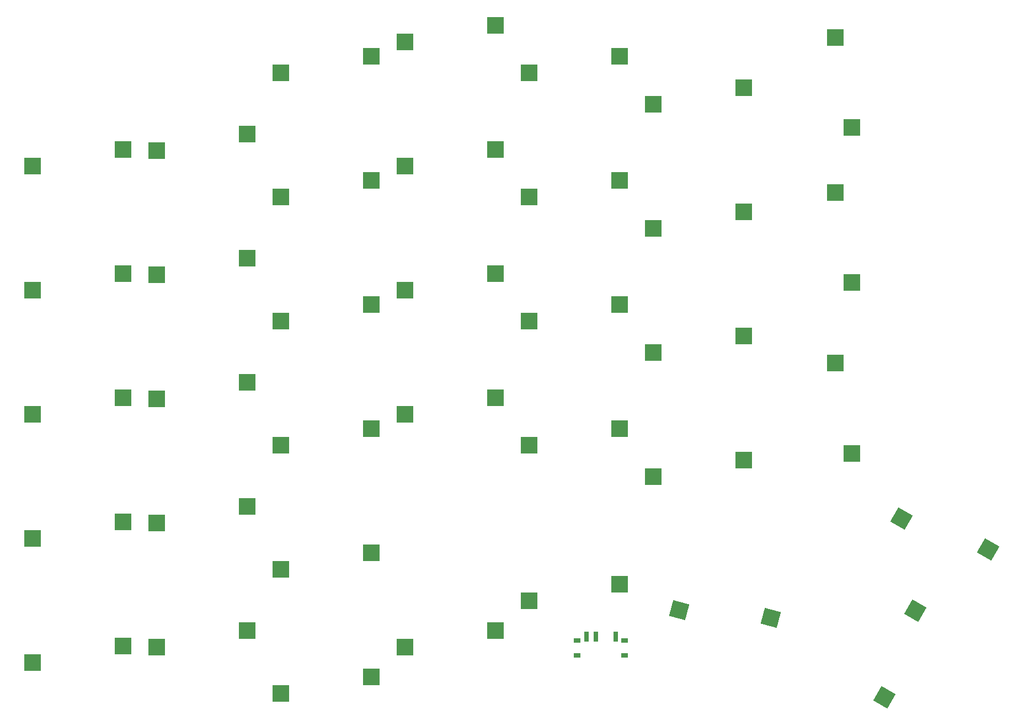
<source format=gbr>
%TF.GenerationSoftware,KiCad,Pcbnew,6.0.4*%
%TF.CreationDate,2022-04-20T09:09:29+02:00*%
%TF.ProjectId,mykeeb,6d796b65-6562-42e6-9b69-6361645f7063,rev?*%
%TF.SameCoordinates,Original*%
%TF.FileFunction,Paste,Bot*%
%TF.FilePolarity,Positive*%
%FSLAX46Y46*%
G04 Gerber Fmt 4.6, Leading zero omitted, Abs format (unit mm)*
G04 Created by KiCad (PCBNEW 6.0.4) date 2022-04-20 09:09:29*
%MOMM*%
%LPD*%
G01*
G04 APERTURE LIST*
G04 Aperture macros list*
%AMRotRect*
0 Rectangle, with rotation*
0 The origin of the aperture is its center*
0 $1 length*
0 $2 width*
0 $3 Rotation angle, in degrees counterclockwise*
0 Add horizontal line*
21,1,$1,$2,0,0,$3*%
G04 Aperture macros list end*
%ADD10R,2.550000X2.500000*%
%ADD11RotRect,2.550000X2.500000X345.000000*%
%ADD12RotRect,2.550000X2.500000X330.000000*%
%ADD13R,2.500000X2.550000*%
%ADD14RotRect,2.550000X2.500000X60.000000*%
%ADD15R,0.700000X1.500000*%
%ADD16R,1.000000X0.800000*%
G04 APERTURE END LIST*
D10*
%TO.C,K11*%
X74235000Y-76358750D03*
X60385000Y-78898750D03*
%TD*%
%TO.C,K10*%
X55185000Y-78740000D03*
X41335000Y-81280000D03*
%TD*%
%TO.C,K31*%
X74235000Y-114458750D03*
X60385000Y-116998750D03*
%TD*%
%TO.C,K24*%
X131385000Y-83502500D03*
X117535000Y-86042500D03*
%TD*%
D11*
%TO.C,K45*%
X154605567Y-131527054D03*
X140570094Y-130395861D03*
%TD*%
D10*
%TO.C,K41*%
X74235000Y-133508750D03*
X60385000Y-136048750D03*
%TD*%
%TO.C,K20*%
X55185000Y-97790000D03*
X41335000Y-100330000D03*
%TD*%
%TO.C,K21*%
X74235000Y-95408750D03*
X60385000Y-97948750D03*
%TD*%
%TO.C,K13*%
X112335000Y-59690000D03*
X98485000Y-62230000D03*
%TD*%
D12*
%TO.C,K36*%
X187960000Y-121080659D03*
X174695548Y-116355363D03*
%TD*%
D10*
%TO.C,K40*%
X55185000Y-135890000D03*
X41335000Y-138430000D03*
%TD*%
%TO.C,K25*%
X150435000Y-88265000D03*
X136585000Y-90805000D03*
%TD*%
%TO.C,K7*%
X93285000Y-140652500D03*
X79435000Y-143192500D03*
%TD*%
%TO.C,K15*%
X150435000Y-69215000D03*
X136585000Y-71755000D03*
%TD*%
%TO.C,K5*%
X150435000Y-50165000D03*
X136585000Y-52705000D03*
%TD*%
%TO.C,K1*%
X74235000Y-57308750D03*
X60385000Y-59848750D03*
%TD*%
%TO.C,K0*%
X55185000Y-59690000D03*
X41335000Y-62230000D03*
%TD*%
%TO.C,K42*%
X93285000Y-121602500D03*
X79435000Y-124142500D03*
%TD*%
%TO.C,K35*%
X150435000Y-107315000D03*
X136585000Y-109855000D03*
%TD*%
%TO.C,K14*%
X131385000Y-64452500D03*
X117535000Y-66992500D03*
%TD*%
%TO.C,K22*%
X93285000Y-83502500D03*
X79435000Y-86042500D03*
%TD*%
%TO.C,K12*%
X93285000Y-64452500D03*
X79435000Y-66992500D03*
%TD*%
%TO.C,K43*%
X112335000Y-133508750D03*
X98485000Y-136048750D03*
%TD*%
%TO.C,K33*%
X112335000Y-97790000D03*
X98485000Y-100330000D03*
%TD*%
D13*
%TO.C,K26*%
X164465000Y-92452500D03*
X167005000Y-106302500D03*
%TD*%
D10*
%TO.C,K3*%
X112335000Y-40640000D03*
X98485000Y-43180000D03*
%TD*%
%TO.C,K34*%
X131385000Y-102552500D03*
X117535000Y-105092500D03*
%TD*%
D13*
%TO.C,K16*%
X164465000Y-66258750D03*
X167005000Y-80108750D03*
%TD*%
D10*
%TO.C,K2*%
X93285000Y-45402500D03*
X79435000Y-47942500D03*
%TD*%
%TO.C,K44*%
X131385000Y-126365000D03*
X117535000Y-128905000D03*
%TD*%
%TO.C,K4*%
X131385000Y-45402500D03*
X117535000Y-47942500D03*
%TD*%
%TO.C,K23*%
X112335000Y-78740000D03*
X98485000Y-81280000D03*
%TD*%
%TO.C,K30*%
X55185000Y-116840000D03*
X41335000Y-119380000D03*
%TD*%
D14*
%TO.C,K46*%
X176756303Y-130446032D03*
X172031007Y-143710484D03*
%TD*%
D10*
%TO.C,K32*%
X93285000Y-102552500D03*
X79435000Y-105092500D03*
%TD*%
D13*
%TO.C,K6*%
X164465000Y-42446250D03*
X167005000Y-56296250D03*
%TD*%
D15*
%TO.C,SWbat2*%
X126298000Y-134417000D03*
X127798000Y-134417000D03*
X130798000Y-134417000D03*
D16*
X132198000Y-135067000D03*
X124898000Y-137277000D03*
X132198000Y-137277000D03*
X124898000Y-135067000D03*
%TD*%
M02*

</source>
